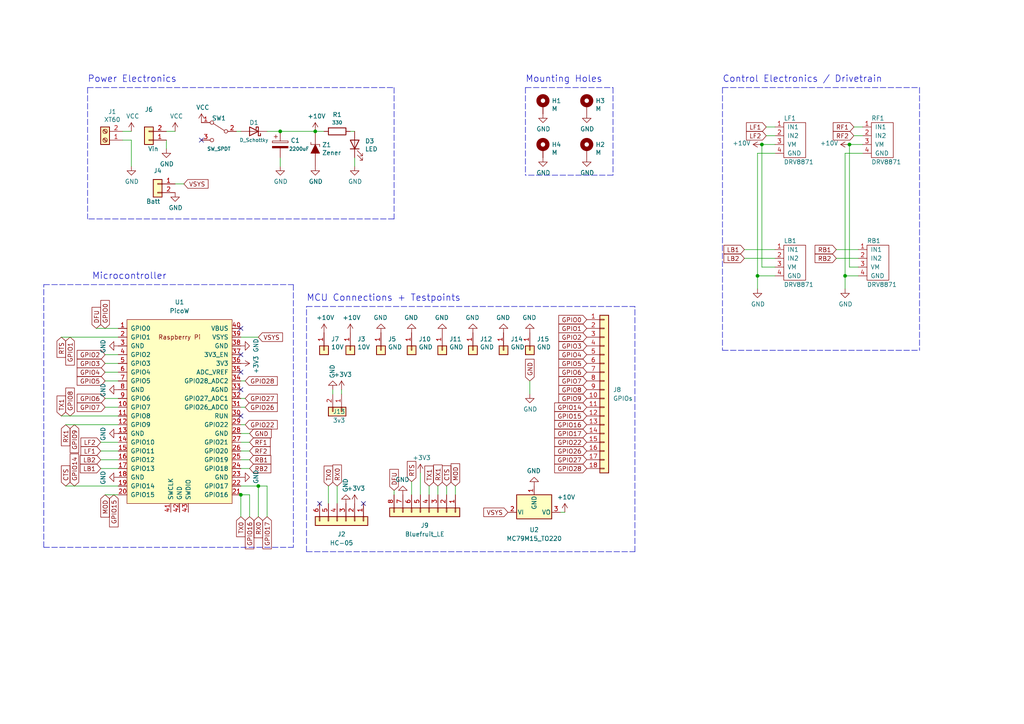
<source format=kicad_sch>
(kicad_sch (version 20211123) (generator eeschema)
  (paper "A4")
  (title_block (title "SDP23_Team5_Coaster") (date "2022-11-22") (rev "v1.0") (company "Qat") (comment 1 "Omar Areiqat") (comment 2 "Referenced from M5 Terrain Buggy"))
  (lib_symbols
    (symbol "Buggy_Components:Adafruit_DRV8871_Breakout" (pin_names (offset 1.016))
      (property "Reference" "A" (at -3.81 6.35 0))
      (property "Value" "Adafruit_DRV8871_Breakout" (at 0 -6.35 0))
      (symbol "Adafruit_DRV8871_Breakout_0_1"
        (rectangle (start -3.81 5.08) (end 2.54 -5.08))
      )
      (symbol "Adafruit_DRV8871_Breakout_1_1"
        (pin input line (at -6.35 3.81 0) (length 2.54) (name "IN1") (number "1"))
        (pin input line (at -6.35 1.27 0) (length 2.54) (name "IN2") (number "2"))
        (pin power_in line (at -6.35 -1.27 0) (length 2.54) (name "VM") (number "3"))
        (pin power_in line (at -6.35 -3.81 0) (length 2.54) (name "GND") (number "4"))
      )
    )
    (symbol "Connector:Screw_Terminal_01x02" (pin_names (offset 1.016) hide)
      (property "Reference" "J" (at 0 2.54 0))
      (property "Value" "Screw_Terminal_01x02" (at 0 -5.08 0))
      (symbol "Screw_Terminal_01x02_1_1"
        (rectangle (start -1.27 1.27) (end 1.27 -3.81) (stroke (width 0.254)) (fill (type background)))
        (circle (center 0 -2.54) (radius 0.635) (stroke (width 0.1524)))
        (polyline (pts (xy -0.5334 -2.2098) (xy 0.3302 -3.048)) (stroke (width 0.1524)))
        (polyline (pts (xy -0.5334 0.3302) (xy 0.3302 -0.508)) (stroke (width 0.1524)))
        (polyline (pts (xy -0.3556 -2.032) (xy 0.508 -2.8702)) (stroke (width 0.1524)))
        (polyline (pts (xy -0.3556 0.508) (xy 0.508 -0.3302)) (stroke (width 0.1524)))
        (circle (center 0 0) (radius 0.635) (stroke (width 0.1524)))
        (pin passive line (at -5.08 0 0) (length 3.81) (name "Pin_1") (number "1"))
        (pin passive line (at -5.08 -2.54 0) (length 3.81) (name "Pin_2") (number "2"))
      )
    )
    (symbol "Connector_Generic:Conn_01x01" (pin_names (offset 1.016) hide)
      (property "Reference" "J" (at 0 2.54 0))
      (property "Value" "Conn_01x01" (at 0 -2.54 0))
      (symbol "Conn_01x01_1_1"
        (rectangle (start -1.27 0.127) (end 0 -0.127) (stroke (width 0.1524)))
        (rectangle (start -1.27 1.27) (end 1.27 -1.27) (stroke (width 0.254)) (fill (type background)))
        (pin passive line (at -5.08 0 0) (length 3.81) (name "Pin_1") (number "1"))
      )
    )
    (symbol "Connector_Generic:Conn_01x02" (pin_names (offset 1.016) hide)
      (property "Reference" "J" (at 0 2.54 0))
      (property "Value" "Conn_01x02" (at 0 -5.08 0))
      (symbol "Conn_01x02_1_1"
        (rectangle (start -1.27 -2.413) (end 0 -2.667) (stroke (width 0.1524)))
        (rectangle (start -1.27 0.127) (end 0 -0.127) (stroke (width 0.1524)))
        (rectangle (start -1.27 1.27) (end 1.27 -3.81) (stroke (width 0.254)) (fill (type background)))
        (pin passive line (at -5.08 0 0) (length 3.81) (name "Pin_1") (number "1"))
        (pin passive line (at -5.08 -2.54 0) (length 3.81) (name "Pin_2") (number "2"))
      )
    )
    (symbol "Connector_Generic:Conn_01x06" (pin_names (offset 1.016) hide)
      (property "Reference" "J" (at 0 7.62 0))
      (property "Value" "Conn_01x06" (at 0 -10.16 0))
      (symbol "Conn_01x06_1_1"
        (rectangle (start -1.27 -7.493) (end 0 -7.747) (stroke (width 0.1524)))
        (rectangle (start -1.27 -4.953) (end 0 -5.207) (stroke (width 0.1524)))
        (rectangle (start -1.27 -2.413) (end 0 -2.667) (stroke (width 0.1524)))
        (rectangle (start -1.27 0.127) (end 0 -0.127) (stroke (width 0.1524)))
        (rectangle (start -1.27 2.667) (end 0 2.413) (stroke (width 0.1524)))
        (rectangle (start -1.27 5.207) (end 0 4.953) (stroke (width 0.1524)))
        (rectangle (start -1.27 6.35) (end 1.27 -8.89) (stroke (width 0.254)) (fill (type background)))
        (pin passive line (at -5.08 5.08 0) (length 3.81) (name "Pin_1") (number "1"))
        (pin passive line (at -5.08 2.54 0) (length 3.81) (name "Pin_2") (number "2"))
        (pin passive line (at -5.08 0 0) (length 3.81) (name "Pin_3") (number "3"))
        (pin passive line (at -5.08 -2.54 0) (length 3.81) (name "Pin_4") (number "4"))
        (pin passive line (at -5.08 -5.08 0) (length 3.81) (name "Pin_5") (number "5"))
        (pin passive line (at -5.08 -7.62 0) (length 3.81) (name "Pin_6") (number "6"))
      )
    )
    (symbol "Connector_Generic:Conn_01x08" (pin_names (offset 1.016) hide)
      (property "Reference" "J" (at 0 10.16 0))
      (property "Value" "Conn_01x08" (at 0 -12.7 0))
      (symbol "Conn_01x08_1_1"
        (rectangle (start -1.27 -10.033) (end 0 -10.287) (stroke (width 0.1524)))
        (rectangle (start -1.27 -7.493) (end 0 -7.747) (stroke (width 0.1524)))
        (rectangle (start -1.27 -4.953) (end 0 -5.207) (stroke (width 0.1524)))
        (rectangle (start -1.27 -2.413) (end 0 -2.667) (stroke (width 0.1524)))
        (rectangle (start -1.27 0.127) (end 0 -0.127) (stroke (width 0.1524)))
        (rectangle (start -1.27 2.667) (end 0 2.413) (stroke (width 0.1524)))
        (rectangle (start -1.27 5.207) (end 0 4.953) (stroke (width 0.1524)))
        (rectangle (start -1.27 7.747) (end 0 7.493) (stroke (width 0.1524)))
        (rectangle (start -1.27 8.89) (end 1.27 -11.43) (stroke (width 0.254)) (fill (type background)))
        (pin passive line (at -5.08 7.62 0) (length 3.81) (name "Pin_1") (number "1"))
        (pin passive line (at -5.08 5.08 0) (length 3.81) (name "Pin_2") (number "2"))
        (pin passive line (at -5.08 2.54 0) (length 3.81) (name "Pin_3") (number "3"))
        (pin passive line (at -5.08 0 0) (length 3.81) (name "Pin_4") (number "4"))
        (pin passive line (at -5.08 -2.54 0) (length 3.81) (name "Pin_5") (number "5"))
        (pin passive line (at -5.08 -5.08 0) (length 3.81) (name "Pin_6") (number "6"))
        (pin passive line (at -5.08 -7.62 0) (length 3.81) (name "Pin_7") (number "7"))
        (pin passive line (at -5.08 -10.16 0) (length 3.81) (name "Pin_8") (number "8"))
      )
    )
    (symbol "Connector_Generic:Conn_01x18" (pin_names (offset 1.016) hide)
      (property "Reference" "J" (at 0 22.86 0))
      (property "Value" "Conn_01x18" (at 0 -25.4 0))
      (symbol "Conn_01x18_1_1"
        (rectangle (start -1.27 -22.733) (end 0 -22.987) (stroke (width 0.1524)))
        (rectangle (start -1.27 -20.193) (end 0 -20.447) (stroke (width 0.1524)))
        (rectangle (start -1.27 -17.653) (end 0 -17.907) (stroke (width 0.1524)))
        (rectangle (start -1.27 -15.113) (end 0 -15.367) (stroke (width 0.1524)))
        (rectangle (start -1.27 -12.573) (end 0 -12.827) (stroke (width 0.1524)))
        (rectangle (start -1.27 -10.033) (end 0 -10.287) (stroke (width 0.1524)))
        (rectangle (start -1.27 -7.493) (end 0 -7.747) (stroke (width 0.1524)))
        (rectangle (start -1.27 -4.953) (end 0 -5.207) (stroke (width 0.1524)))
        (rectangle (start -1.27 -2.413) (end 0 -2.667) (stroke (width 0.1524)))
        (rectangle (start -1.27 0.127) (end 0 -0.127) (stroke (width 0.1524)))
        (rectangle (start -1.27 2.667) (end 0 2.413) (stroke (width 0.1524)))
        (rectangle (start -1.27 5.207) (end 0 4.953) (stroke (width 0.1524)))
        (rectangle (start -1.27 7.747) (end 0 7.493) (stroke (width 0.1524)))
        (rectangle (start -1.27 10.287) (end 0 10.033) (stroke (width 0.1524)))
        (rectangle (start -1.27 12.827) (end 0 12.573) (stroke (width 0.1524)))
        (rectangle (start -1.27 15.367) (end 0 15.113) (stroke (width 0.1524)))
        (rectangle (start -1.27 17.907) (end 0 17.653) (stroke (width 0.1524)))
        (rectangle (start -1.27 20.447) (end 0 20.193) (stroke (width 0.1524)))
        (rectangle (start -1.27 21.59) (end 1.27 -24.13) (stroke (width 0.254)) (fill (type background)))
        (pin passive line (at -5.08 20.32 0) (length 3.81) (name "Pin_1") (number "1"))
        (pin passive line (at -5.08 -2.54 0) (length 3.81) (name "Pin_10") (number "10"))
        (pin passive line (at -5.08 -5.08 0) (length 3.81) (name "Pin_11") (number "11"))
        (pin passive line (at -5.08 -7.62 0) (length 3.81) (name "Pin_12") (number "12"))
        (pin passive line (at -5.08 -10.16 0) (length 3.81) (name "Pin_13") (number "13"))
        (pin passive line (at -5.08 -12.7 0) (length 3.81) (name "Pin_14") (number "14"))
        (pin passive line (at -5.08 -15.24 0) (length 3.81) (name "Pin_15") (number "15"))
        (pin passive line (at -5.08 -17.78 0) (length 3.81) (name "Pin_16") (number "16"))
        (pin passive line (at -5.08 -20.32 0) (length 3.81) (name "Pin_17") (number "17"))
        (pin passive line (at -5.08 -22.86 0) (length 3.81) (name "Pin_18") (number "18"))
        (pin passive line (at -5.08 17.78 0) (length 3.81) (name "Pin_2") (number "2"))
        (pin passive line (at -5.08 15.24 0) (length 3.81) (name "Pin_3") (number "3"))
        (pin passive line (at -5.08 12.7 0) (length 3.81) (name "Pin_4") (number "4"))
        (pin passive line (at -5.08 10.16 0) (length 3.81) (name "Pin_5") (number "5"))
        (pin passive line (at -5.08 7.62 0) (length 3.81) (name "Pin_6") (number "6"))
        (pin passive line (at -5.08 5.08 0) (length 3.81) (name "Pin_7") (number "7"))
        (pin passive line (at -5.08 2.54 0) (length 3.81) (name "Pin_8") (number "8"))
        (pin passive line (at -5.08 0 0) (length 3.81) (name "Pin_9") (number "9"))
      )
    )
    (symbol "Device:D_Schottky" (pin_numbers hide) (pin_names (offset 1.016) hide)
      (property "Reference" "D" (at 0 2.54 0))
      (property "Value" "D_Schottky" (at 0 -2.54 0))
      (symbol "D_Schottky_0_1"
        (polyline (pts (xy 1.27 0) (xy -1.27 0)))
        (polyline (pts (xy 1.27 1.27) (xy 1.27 -1.27) (xy -1.27 0) (xy 1.27 1.27)) (stroke (width 0.254)))
        (polyline (pts (xy -1.905 0.635) (xy -1.905 1.27) (xy -1.27 1.27) (xy -1.27 -1.27) (xy -0.635 -1.27) (xy -0.635 -0.635)) (stroke (width 0.254)))
      )
      (symbol "D_Schottky_1_1"
        (pin passive line (at -3.81 0 0) (length 2.54) (name "K") (number "1"))
        (pin passive line (at 3.81 0 180) (length 2.54) (name "A") (number "2"))
      )
    )
    (symbol "Device:LED" (pin_numbers hide) (pin_names (offset 1.016) hide)
      (property "Reference" "D" (at 0 2.54 0))
      (property "Value" "LED" (at 0 -2.54 0))
      (symbol "LED_0_1"
        (polyline (pts (xy -1.27 -1.27) (xy -1.27 1.27)) (stroke (width 0.254)))
        (polyline (pts (xy -1.27 0) (xy 1.27 0)))
        (polyline (pts (xy 1.27 -1.27) (xy 1.27 1.27) (xy -1.27 0) (xy 1.27 -1.27)) (stroke (width 0.254)))
        (polyline (pts (xy -3.048 -0.762) (xy -4.572 -2.286) (xy -3.81 -2.286) (xy -4.572 -2.286) (xy -4.572 -1.524)))
        (polyline (pts (xy -1.778 -0.762) (xy -3.302 -2.286) (xy -2.54 -2.286) (xy -3.302 -2.286) (xy -3.302 -1.524)))
      )
      (symbol "LED_1_1"
        (pin passive line (at -3.81 0 0) (length 2.54) (name "K") (number "1"))
        (pin passive line (at 3.81 0 180) (length 2.54) (name "A") (number "2"))
      )
    )
    (symbol "Device:R" (pin_numbers hide) (pin_names (offset 0))
      (property "Reference" "R" (at 2.032 0 90))
      (property "Value" "R" (at 0 0 90))
      (symbol "R_0_1"
        (rectangle (start -1.016 -2.54) (end 1.016 2.54) (stroke (width 0.254)))
      )
      (symbol "R_1_1"
        (pin passive line (at 0 3.81 270) (length 1.27) (name "~") (number "1"))
        (pin passive line (at 0 -3.81 90) (length 1.27) (name "~") (number "2"))
      )
    )
    (symbol "M5_BuggyProject-rescue:+3.3V-power" (power) (pin_names (offset 0))
      (property "Value" "+3.3V-power" (at 0 3.556 0))
      (symbol "+3.3V-power_0_1"
        (polyline (pts (xy -0.762 1.27) (xy 0 2.54)))
        (polyline (pts (xy 0 0) (xy 0 2.54)))
        (polyline (pts (xy 0 2.54) (xy 0.762 1.27)))
      )
      (symbol "+3.3V-power_1_1"
        (pin power_in line (at 0 0 90) (length 0) hide (name "+3V3") (number "1"))
      )
    )
    (symbol "M5_BuggyProject-rescue:1N5231BTR-dk_Diodes-Zener-Single" (pin_numbers hide) (pin_names (offset 0) hide)
      (property "Reference" "Z" (at 0 2.54 0))
      (property "Value" "1N5231BTR-dk_Diodes-Zener-Single" (at 0 -2.54 0))
      (symbol "1N5231BTR-dk_Diodes-Zener-Single_0_1"
        (polyline (pts (xy 1.27 -1.27) (xy 0.635 -1.27)))
        (polyline (pts (xy 1.27 1.27) (xy 1.27 -1.27)))
        (polyline (pts (xy 1.27 1.27) (xy 1.905 1.27)))
        (polyline (pts (xy -1.27 1.27) (xy -1.27 -1.27) (xy 1.27 0) (xy -1.27 1.27)) (fill (type outline)))
      )
      (symbol "1N5231BTR-dk_Diodes-Zener-Single_1_1"
        (pin passive line (at -5.08 0 0) (length 3.81) (name "~") (number "A"))
        (pin passive line (at 5.08 0 180) (length 3.81) (name "~") (number "K"))
      )
    )
    (symbol "M5_BuggyProject-rescue:CP-Device" (pin_numbers hide) (pin_names (offset 0.254))
      (property "Reference" "C" (at 0.635 2.54 0))
      (property "Value" "CP-Device" (at 0.635 -2.54 0))
      (symbol "CP-Device_0_1"
        (rectangle (start -2.286 0.508) (end 2.286 1.016))
        (polyline (pts (xy -1.778 2.286) (xy -0.762 2.286)))
        (polyline (pts (xy -1.27 2.794) (xy -1.27 1.778)))
        (rectangle (start 2.286 -0.508) (end -2.286 -1.016) (fill (type outline)))
      )
      (symbol "CP-Device_1_1"
        (pin passive line (at 0 3.81 270) (length 2.794) (name "~") (number "1"))
        (pin passive line (at 0 -3.81 90) (length 2.794) (name "~") (number "2"))
      )
    )
    (symbol "Mechanical:MountingHole_Pad" (pin_numbers hide) (pin_names (offset 1.016) hide)
      (property "Reference" "H" (at 0 6.35 0))
      (property "Value" "MountingHole_Pad" (at 0 4.445 0))
      (symbol "MountingHole_Pad_0_1"
        (circle (center 0 1.27) (radius 1.27) (stroke (width 1.27)))
      )
      (symbol "MountingHole_Pad_1_1"
        (pin input line (at 0 -2.54 90) (length 2.54) (name "1") (number "1"))
      )
    )
    (symbol "RPi_Pico:PicoW" (pin_names (offset 1.016))
      (property "Reference" "U" (at -13.97 27.94 0))
      (property "Value" "PicoW" (at 0 19.05 0))
      (symbol "PicoW_0_0"
        (text "Raspberry Pi" (at 0 21.59 0) (effects (font (size 1.27 1.27))))
      )
      (symbol "PicoW_0_1"
        (rectangle (start -15.24 26.67) (end 15.24 -26.67) (fill (type background)))
      )
      (symbol "PicoW_1_1"
        (pin bidirectional line (at -17.78 24.13 0) (length 2.54) (name "GPIO0") (number "1"))
        (pin bidirectional line (at -17.78 1.27 0) (length 2.54) (name "GPIO7") (number "10"))
        (pin bidirectional line (at -17.78 -1.27 0) (length 2.54) (name "GPIO8") (number "11"))
        (pin bidirectional line (at -17.78 -3.81 0) (length 2.54) (name "GPIO9") (number "12"))
        (pin power_in line (at -17.78 -6.35 0) (length 2.54) (name "GND") (number "13"))
        (pin bidirectional line (at -17.78 -8.89 0) (length 2.54) (name "GPIO10") (number "14"))
        (pin bidirectional line (at -17.78 -11.43 0) (length 2.54) (name "GPIO11") (number "15"))
        (pin bidirectional line (at -17.78 -13.97 0) (length 2.54) (name "GPIO12") (number "16"))
        (pin bidirectional line (at -17.78 -16.51 0) (length 2.54) (name "GPIO13") (number "17"))
        (pin power_in line (at -17.78 -19.05 0) (length 2.54) (name "GND") (number "18"))
        (pin bidirectional line (at -17.78 -21.59 0) (length 2.54) (name "GPIO14") (number "19"))
        (pin bidirectional line (at -17.78 21.59 0) (length 2.54) (name "GPIO1") (number "2"))
        (pin bidirectional line (at -17.78 -24.13 0) (length 2.54) (name "GPIO15") (number "20"))
        (pin bidirectional line (at 17.78 -24.13 180) (length 2.54) (name "GPIO16") (number "21"))
        (pin bidirectional line (at 17.78 -21.59 180) (length 2.54) (name "GPIO17") (number "22"))
        (pin power_in line (at 17.78 -19.05 180) (length 2.54) (name "GND") (number "23"))
        (pin bidirectional line (at 17.78 -16.51 180) (length 2.54) (name "GPIO18") (number "24"))
        (pin bidirectional line (at 17.78 -13.97 180) (length 2.54) (name "GPIO19") (number "25"))
        (pin bidirectional line (at 17.78 -11.43 180) (length 2.54) (name "GPIO20") (number "26"))
        (pin bidirectional line (at 17.78 -8.89 180) (length 2.54) (name "GPIO21") (number "27"))
        (pin power_in line (at 17.78 -6.35 180) (length 2.54) (name "GND") (number "28"))
        (pin bidirectional line (at 17.78 -3.81 180) (length 2.54) (name "GPIO22") (number "29"))
        (pin power_in line (at -17.78 19.05 0) (length 2.54) (name "GND") (number "3"))
        (pin input line (at 17.78 -1.27 180) (length 2.54) (name "RUN") (number "30"))
        (pin bidirectional line (at 17.78 1.27 180) (length 2.54) (name "GPIO26_ADC0") (number "31"))
        (pin bidirectional line (at 17.78 3.81 180) (length 2.54) (name "GPIO27_ADC1") (number "32"))
        (pin power_in line (at 17.78 6.35 180) (length 2.54) (name "AGND") (number "33"))
        (pin bidirectional line (at 17.78 8.89 180) (length 2.54) (name "GPIO28_ADC2") (number "34"))
        (pin unspecified line (at 17.78 11.43 180) (length 2.54) (name "ADC_VREF") (number "35"))
        (pin unspecified line (at 17.78 13.97 180) (length 2.54) (name "3V3") (number "36"))
        (pin input line (at 17.78 16.51 180) (length 2.54) (name "3V3_EN") (number "37"))
        (pin bidirectional line (at 17.78 19.05 180) (length 2.54) (name "GND") (number "38"))
        (pin unspecified line (at 17.78 21.59 180) (length 2.54) (name "VSYS") (number "39"))
        (pin bidirectional line (at -17.78 16.51 0) (length 2.54) (name "GPIO2") (number "4"))
        (pin unspecified line (at 17.78 24.13 180) (length 2.54) (name "VBUS") (number "40"))
        (pin input line (at -2.54 -29.21 90) (length 2.54) (name "SWCLK") (number "41"))
        (pin power_in line (at 0 -29.21 90) (length 2.54) (name "GND") (number "42"))
        (pin bidirectional line (at 2.54 -29.21 90) (length 2.54) (name "SWDIO") (number "43"))
        (pin bidirectional line (at -17.78 13.97 0) (length 2.54) (name "GPIO3") (number "5"))
        (pin bidirectional line (at -17.78 11.43 0) (length 2.54) (name "GPIO4") (number "6"))
        (pin bidirectional line (at -17.78 8.89 0) (length 2.54) (name "GPIO5") (number "7"))
        (pin power_in line (at -17.78 6.35 0) (length 2.54) (name "GND") (number "8"))
        (pin bidirectional line (at -17.78 3.81 0) (length 2.54) (name "GPIO6") (number "9"))
      )
    )
    (symbol "Regulator_Linear:MC79M15_TO220" (pin_names (offset 0.254))
      (property "Reference" "U" (at -3.81 -3.175 0))
      (property "Value" "MC79M15_TO220" (at 0 -3.175 0))
      (symbol "MC79M15_TO220_0_1"
        (rectangle (start -5.08 5.08) (end 5.08 -1.905) (stroke (width 0.254)) (fill (type background)))
      )
      (symbol "MC79M15_TO220_1_1"
        (pin power_in line (at 0 7.62 270) (length 2.54) (name "GND") (number "1"))
        (pin power_in line (at -7.62 0 0) (length 2.54) (name "VI") (number "2"))
        (pin power_out line (at 7.62 0 180) (length 2.54) (name "VO") (number "3"))
      )
    )
    (symbol "Switch:SW_SPDT" (pin_names (offset 0) hide)
      (property "Reference" "SW" (at 0 4.318 0))
      (property "Value" "SW_SPDT" (at 0 -5.08 0))
      (symbol "SW_SPDT_0_0"
        (circle (center -2.032 0) (radius 0.508))
        (circle (center 2.032 -2.54) (radius 0.508))
      )
      (symbol "SW_SPDT_0_1"
        (polyline (pts (xy -1.524 0.254) (xy 1.651 2.286)))
        (circle (center 2.032 2.54) (radius 0.508))
      )
      (symbol "SW_SPDT_1_1"
        (pin passive line (at 5.08 2.54 180) (length 2.54) (name "A") (number "1"))
        (pin passive line (at -5.08 0 0) (length 2.54) (name "B") (number "2"))
        (pin passive line (at 5.08 -2.54 180) (length 2.54) (name "C") (number "3"))
      )
    )
    (symbol "power:+10V" (power) (pin_names (offset 0))
      (property "Value" "+10V" (at 0 3.556 0))
      (symbol "+10V_0_1"
        (polyline (pts (xy -0.762 1.27) (xy 0 2.54)))
        (polyline (pts (xy 0 0) (xy 0 2.54)))
        (polyline (pts (xy 0 2.54) (xy 0.762 1.27)))
      )
      (symbol "+10V_1_1"
        (pin power_in line (at 0 0 90) (length 0) hide (name "+10V") (number "1"))
      )
    )
    (symbol "power:GND" (power) (pin_names (offset 0))
      (property "Value" "GND" (at 0 -3.81 0))
      (symbol "GND_0_1"
        (polyline (pts (xy 0 0) (xy 0 -1.27) (xy 1.27 -1.27) (xy 0 -2.54) (xy -1.27 -1.27) (xy 0 -1.27)))
      )
      (symbol "GND_1_1"
        (pin power_in line (at 0 0 270) (length 0) hide (name "GND") (number "1"))
      )
    )
    (symbol "power:VCC" (power) (pin_names (offset 0))
      (property "Value" "VCC" (at 0 3.81 0))
      (symbol "VCC_0_1"
        (polyline (pts (xy -0.762 1.27) (xy 0 2.54)))
        (polyline (pts (xy 0 0) (xy 0 2.54)))
        (polyline (pts (xy 0 2.54) (xy 0.762 1.27)))
      )
      (symbol "VCC_1_1"
        (pin power_in line (at 0 0 90) (length 0) hide (name "VCC") (number "1"))
      )
    )
  )
  (junction (at 220.98 41.91))
  (junction (at 74.93 140.97))
  (junction (at 219.71 80.01))
  (junction (at 91.44 38.1))
  (junction (at 81.28 38.1))
  (junction (at 246.38 41.91))
  (junction (at 245.11 80.01))
  (junction (at 69.85 143.51))
  (no_connect (at 69.85 113.03))
  (no_connect (at 105.41 146.05))
  (no_connect (at 58.42 40.64))
  (no_connect (at 92.71 146.05))
  (no_connect (at 69.85 107.95))
  (no_connect (at 69.85 95.25))
  (no_connect (at 69.85 120.65))
  (no_connect (at 69.85 102.87))
  (wire (pts (xy 69.85 97.79) (xy 74.93 97.79)))
  (wire (pts (xy 119.38 139.7) (xy 119.38 143.51)))
  (wire (pts (xy 153.67 110.49) (xy 153.67 114.3)))
  (wire (pts (xy 29.21 135.89) (xy 34.29 135.89)))
  (wire (pts (xy 246.38 41.91) (xy 246.38 77.47)))
  (polyline (pts (xy 25.4 25.4) (xy 25.4 63.5)))
  (wire (pts (xy 74.93 140.97) (xy 69.85 140.97)))
  (wire (pts (xy 29.21 128.27) (xy 34.29 128.27)))
  (polyline (pts (xy 177.8 25.4) (xy 177.8 50.8)))
  (wire (pts (xy 224.79 36.83) (xy 222.25 36.83)))
  (wire (pts (xy 27.94 95.25) (xy 34.29 95.25)))
  (wire (pts (xy 72.39 130.81) (xy 69.85 130.81)))
  (wire (pts (xy 250.19 41.91) (xy 246.38 41.91)))
  (wire (pts (xy 69.85 143.51) (xy 69.85 149.86)))
  (wire (pts (xy 35.56 38.1) (xy 38.1 38.1)))
  (wire (pts (xy 245.11 44.45) (xy 245.11 80.01)))
  (wire (pts (xy 30.48 102.87) (xy 34.29 102.87)))
  (wire (pts (xy 250.19 36.83) (xy 247.65 36.83)))
  (wire (pts (xy 48.26 43.18) (xy 48.26 40.64)))
  (wire (pts (xy 72.39 143.51) (xy 69.85 143.51)))
  (wire (pts (xy 242.57 72.39) (xy 248.92 72.39)))
  (polyline (pts (xy 209.55 25.4) (xy 266.7 25.4)))
  (wire (pts (xy 97.79 140.97) (xy 97.79 146.05)))
  (polyline (pts (xy 114.3 63.5) (xy 25.4 63.5)))
  (wire (pts (xy 102.87 45.72) (xy 102.87 48.26)))
  (wire (pts (xy 215.9 72.39) (xy 224.79 72.39)))
  (wire (pts (xy 215.9 74.93) (xy 224.79 74.93)))
  (wire (pts (xy 72.39 125.73) (xy 69.85 125.73)))
  (polyline (pts (xy 177.8 50.8) (xy 152.4 50.8)))
  (polyline (pts (xy 152.4 25.4) (xy 152.4 50.8)))
  (wire (pts (xy 163.83 148.59) (xy 162.56 148.59)))
  (wire (pts (xy 121.92 137.16) (xy 121.92 143.51)))
  (wire (pts (xy 71.12 115.57) (xy 69.85 115.57)))
  (wire (pts (xy 50.8 53.34) (xy 53.34 53.34)))
  (wire (pts (xy 72.39 149.86) (xy 72.39 143.51)))
  (wire (pts (xy 77.47 149.86) (xy 77.47 140.97)))
  (wire (pts (xy 81.28 38.1) (xy 91.44 38.1)))
  (wire (pts (xy 69.85 38.1) (xy 68.58 38.1)))
  (polyline (pts (xy 114.3 25.4) (xy 114.3 63.5)))
  (wire (pts (xy 35.56 40.64) (xy 38.1 40.64)))
  (wire (pts (xy 72.39 128.27) (xy 69.85 128.27)))
  (wire (pts (xy 71.12 110.49) (xy 69.85 110.49)))
  (wire (pts (xy 219.71 80.01) (xy 224.79 80.01)))
  (wire (pts (xy 224.79 41.91) (xy 220.98 41.91)))
  (wire (pts (xy 30.48 143.51) (xy 34.29 143.51)))
  (wire (pts (xy 96.52 113.03) (xy 96.52 114.3)))
  (wire (pts (xy 29.21 133.35) (xy 34.29 133.35)))
  (wire (pts (xy 77.47 140.97) (xy 74.93 140.97)))
  (wire (pts (xy 30.48 107.95) (xy 34.29 107.95)))
  (wire (pts (xy 17.78 97.79) (xy 34.29 97.79)))
  (wire (pts (xy 71.12 118.11) (xy 69.85 118.11)))
  (wire (pts (xy 30.48 115.57) (xy 34.29 115.57)))
  (wire (pts (xy 246.38 77.47) (xy 248.92 77.47)))
  (polyline (pts (xy 12.7 158.75) (xy 12.7 82.55)))
  (wire (pts (xy 74.93 149.86) (xy 74.93 140.97)))
  (wire (pts (xy 220.98 77.47) (xy 224.79 77.47)))
  (wire (pts (xy 29.21 130.81) (xy 34.29 130.81)))
  (wire (pts (xy 38.1 40.64) (xy 38.1 48.26)))
  (wire (pts (xy 250.19 44.45) (xy 245.11 44.45)))
  (polyline (pts (xy 209.55 25.4) (xy 209.55 101.6)))
  (polyline (pts (xy 12.7 82.55) (xy 85.09 82.55)))
  (wire (pts (xy 114.3 142.24) (xy 114.3 143.51)))
  (wire (pts (xy 95.25 140.97) (xy 95.25 146.05)))
  (polyline (pts (xy 88.9 88.9) (xy 184.15 88.9)))
  (wire (pts (xy 72.39 135.89) (xy 69.85 135.89)))
  (wire (pts (xy 224.79 39.37) (xy 222.25 39.37)))
  (wire (pts (xy 77.47 38.1) (xy 81.28 38.1)))
  (wire (pts (xy 219.71 80.01) (xy 219.71 83.82)))
  (wire (pts (xy 132.08 140.97) (xy 132.08 143.51)))
  (wire (pts (xy 91.44 38.1) (xy 93.98 38.1)))
  (wire (pts (xy 19.05 123.19) (xy 34.29 123.19)))
  (wire (pts (xy 224.79 44.45) (xy 219.71 44.45)))
  (wire (pts (xy 17.78 120.65) (xy 34.29 120.65)))
  (wire (pts (xy 71.12 123.19) (xy 69.85 123.19)))
  (polyline (pts (xy 88.9 160.02) (xy 184.15 160.02)))
  (wire (pts (xy 245.11 80.01) (xy 248.92 80.01)))
  (wire (pts (xy 19.05 140.97) (xy 34.29 140.97)))
  (polyline (pts (xy 266.7 25.4) (xy 266.7 101.6)))
  (wire (pts (xy 129.54 140.97) (xy 129.54 143.51)))
  (wire (pts (xy 127 140.97) (xy 127 143.51)))
  (wire (pts (xy 219.71 44.45) (xy 219.71 80.01)))
  (wire (pts (xy 250.19 39.37) (xy 247.65 39.37)))
  (polyline (pts (xy 12.7 158.75) (xy 85.09 158.75)))
  (wire (pts (xy 30.48 118.11) (xy 34.29 118.11)))
  (wire (pts (xy 30.48 105.41) (xy 34.29 105.41)))
  (wire (pts (xy 245.11 80.01) (xy 245.11 83.82)))
  (polyline (pts (xy 25.4 25.4) (xy 114.3 25.4)))
  (polyline (pts (xy 85.09 82.55) (xy 85.09 158.75)))
  (wire (pts (xy 72.39 133.35) (xy 69.85 133.35)))
  (wire (pts (xy 124.46 140.97) (xy 124.46 143.51)))
  (wire (pts (xy 102.87 38.1) (xy 101.6 38.1)))
  (polyline (pts (xy 209.55 101.6) (xy 266.7 101.6)))
  (wire (pts (xy 242.57 74.93) (xy 248.92 74.93)))
  (wire (pts (xy 220.98 41.91) (xy 220.98 77.47)))
  (wire (pts (xy 99.06 113.03) (xy 99.06 114.3)))
  (wire (pts (xy 30.48 110.49) (xy 34.29 110.49)))
  (wire (pts (xy 81.28 45.72) (xy 81.28 48.26)))
  (polyline (pts (xy 184.15 160.02) (xy 184.15 88.9)))
  (polyline (pts (xy 88.9 160.02) (xy 88.9 88.9)))
  (wire (pts (xy 50.8 38.1) (xy 48.26 38.1)))
  (polyline (pts (xy 152.4 25.4) (xy 177.8 25.4)))
  (text "MCU Connections + Testpoints" (at 88.9 87.63 0) (effects (font (size 1.905 1.905)) (justify left bottom)))
  (text "Control Electronics / Drivetrain" (at 209.55 24.13 0) (effects (font (size 1.905 1.905)) (justify left bottom)))
  (text "Power Electronics\n" (at 25.4 24.13 0) (effects (font (size 1.905 1.905)) (justify left bottom)))
  (text "Mounting Holes" (at 152.4 24.13 0) (effects (font (size 1.905 1.905)) (justify left bottom)))
  (text "Microcontroller" (at 26.67 81.28 0) (effects (font (size 1.905 1.905)) (justify left bottom)))
  (global_label "GPIO26" (shape input) (at 71.12 118.11 0) (property "Intersheet References" "${INTERSHEET_REFS}" (effects hide)))
  (global_label "CTS" (shape input) (at 129.54 140.97 90) (property "Intersheet References" "${INTERSHEET_REFS}" (effects hide)))
  (global_label "GPIO28" (shape input) (at 170.18 135.89 180) (property "Intersheet References" "${INTERSHEET_REFS}" (effects hide)))
  (global_label "GPIO3" (shape input) (at 170.18 100.33 180) (property "Intersheet References" "${INTERSHEET_REFS}" (effects hide)))
  (global_label "GPIO1" (shape input) (at 20.32 97.79 270) (property "Intersheet References" "${INTERSHEET_REFS}" (effects hide)))
  (global_label "GPIO28" (shape input) (at 71.12 110.49 0) (property "Intersheet References" "${INTERSHEET_REFS}" (effects hide)))
  (global_label "LF2" (shape input) (at 222.25 39.37 180) (property "Intersheet References" "${INTERSHEET_REFS}" (effects hide)))
  (global_label "GPIO14" (shape input) (at 170.18 118.11 180) (property "Intersheet References" "${INTERSHEET_REFS}" (effects hide)))
  (global_label "RF2" (shape input) (at 72.39 130.81 0) (property "Intersheet References" "${INTERSHEET_REFS}" (effects hide)))
  (global_label "GPIO5" (shape input) (at 30.48 110.49 180) (property "Intersheet References" "${INTERSHEET_REFS}" (effects hide)))
  (global_label "RB1" (shape input) (at 72.39 133.35 0) (property "Intersheet References" "${INTERSHEET_REFS}" (effects hide)))
  (global_label "TX0" (shape input) (at 95.25 140.97 90) (property "Intersheet References" "${INTERSHEET_REFS}" (effects hide)))
  (global_label "VSYS" (shape input) (at 74.93 97.79 0) (property "Intersheet References" "${INTERSHEET_REFS}" (effects hide)))
  (global_label "RB2" (shape input) (at 242.57 74.93 180) (property "Intersheet References" "${INTERSHEET_REFS}" (effects hide)))
  (global_label "MOD" (shape input) (at 30.48 143.51 270) (property "Intersheet References" "${INTERSHEET_REFS}" (effects hide)))
  (global_label "RX1" (shape input) (at 127 140.97 90) (property "Intersheet References" "${INTERSHEET_REFS}" (effects hide)))
  (global_label "DFU" (shape input) (at 114.3 142.24 90) (property "Intersheet References" "${INTERSHEET_REFS}" (effects hide)))
  (global_label "GND" (shape input) (at 153.67 110.49 90) (property "Intersheet References" "${INTERSHEET_REFS}" (effects hide)))
  (global_label "GPIO9" (shape input) (at 21.59 123.19 270) (property "Intersheet References" "${INTERSHEET_REFS}" (effects hide)))
  (global_label "LF1" (shape input) (at 222.25 36.83 180) (property "Intersheet References" "${INTERSHEET_REFS}" (effects hide)))
  (global_label "DFU" (shape input) (at 27.94 95.25 90) (property "Intersheet References" "${INTERSHEET_REFS}" (effects hide)))
  (global_label "GPIO1" (shape input) (at 170.18 95.25 180) (property "Intersheet References" "${INTERSHEET_REFS}" (effects hide)))
  (global_label "GPIO8" (shape input) (at 170.18 113.03 180) (property "Intersheet References" "${INTERSHEET_REFS}" (effects hide)))
  (global_label "GPIO0" (shape input) (at 170.18 92.71 180) (property "Intersheet References" "${INTERSHEET_REFS}" (effects hide)))
  (global_label "GPIO4" (shape input) (at 30.48 107.95 180) (property "Intersheet References" "${INTERSHEET_REFS}" (effects hide)))
  (global_label "TX0" (shape input) (at 69.85 149.86 270) (property "Intersheet References" "${INTERSHEET_REFS}" (effects hide)))
  (global_label "RF2" (shape input) (at 247.65 39.37 180) (property "Intersheet References" "${INTERSHEET_REFS}" (effects hide)))
  (global_label "LB1" (shape input) (at 29.21 135.89 180) (property "Intersheet References" "${INTERSHEET_REFS}" (effects hide)))
  (global_label "RB1" (shape input) (at 242.57 72.39 180) (property "Intersheet References" "${INTERSHEET_REFS}" (effects hide)))
  (global_label "GPIO27" (shape input) (at 71.12 115.57 0) (property "Intersheet References" "${INTERSHEET_REFS}" (effects hide)))
  (global_label "GPIO2" (shape input) (at 30.48 102.87 180) (property "Intersheet References" "${INTERSHEET_REFS}" (effects hide)))
  (global_label "GPIO3" (shape input) (at 30.48 105.41 180) (property "Intersheet References" "${INTERSHEET_REFS}" (effects hide)))
  (global_label "GPIO14" (shape input) (at 21.59 140.97 90) (property "Intersheet References" "${INTERSHEET_REFS}" (effects hide)))
  (global_label "LB1" (shape input) (at 215.9 72.39 180) (property "Intersheet References" "${INTERSHEET_REFS}" (effects hide)))
  (global_label "RTS" (shape input) (at 119.38 139.7 90) (property "Intersheet References" "${INTERSHEET_REFS}" (effects hide)))
  (global_label "GPIO17" (shape input) (at 170.18 125.73 180) (property "Intersheet References" "${INTERSHEET_REFS}" (effects hide)))
  (global_label "LB2" (shape input) (at 215.9 74.93 180) (property "Intersheet References" "${INTERSHEET_REFS}" (effects hide)))
  (global_label "GPIO9" (shape input) (at 170.18 115.57 180) (property "Intersheet References" "${INTERSHEET_REFS}" (effects hide)))
  (global_label "GPIO0" (shape input) (at 30.48 95.25 90) (property "Intersheet References" "${INTERSHEET_REFS}" (effects hide)))
  (global_label "RX0" (shape input) (at 74.93 149.86 270) (property "Intersheet References" "${INTERSHEET_REFS}" (effects hide)))
  (global_label "GPIO4" (shape input) (at 170.18 102.87 180) (property "Intersheet References" "${INTERSHEET_REFS}" (effects hide)))
  (global_label "RX1" (shape input) (at 19.05 123.19 270) (property "Intersheet References" "${INTERSHEET_REFS}" (effects hide)))
  (global_label "RB2" (shape input) (at 72.39 135.89 0) (property "Intersheet References" "${INTERSHEET_REFS}" (effects hide)))
  (global_label "GPIO17" (shape input) (at 77.47 149.86 270) (property "Intersheet References" "${INTERSHEET_REFS}" (effects hide)))
  (global_label "RX0" (shape input) (at 97.79 140.97 90) (property "Intersheet References" "${INTERSHEET_REFS}" (effects hide)))
  (global_label "GPIO27" (shape input) (at 170.18 133.35 180) (property "Intersheet References" "${INTERSHEET_REFS}" (effects hide)))
  (global_label "GPIO22" (shape input) (at 71.12 123.19 0) (property "Intersheet References" "${INTERSHEET_REFS}" (effects hide)))
  (global_label "GPIO2" (shape input) (at 170.18 97.79 180) (property "Intersheet References" "${INTERSHEET_REFS}" (effects hide)))
  (global_label "LF1" (shape input) (at 29.21 130.81 180) (property "Intersheet References" "${INTERSHEET_REFS}" (effects hide)))
  (global_label "GPIO15" (shape input) (at 170.18 120.65 180) (property "Intersheet References" "${INTERSHEET_REFS}" (effects hide)))
  (global_label "RF1" (shape input) (at 72.39 128.27 0) (property "Intersheet References" "${INTERSHEET_REFS}" (effects hide)))
  (global_label "MOD" (shape input) (at 132.08 140.97 90) (property "Intersheet References" "${INTERSHEET_REFS}" (effects hide)))
  (global_label "VSYS" (shape input) (at 147.32 148.59 180) (property "Intersheet References" "${INTERSHEET_REFS}" (effects hide)))
  (global_label "GPIO22" (shape input) (at 170.18 128.27 180) (property "Intersheet References" "${INTERSHEET_REFS}" (effects hide)))
  (global_label "LF2" (shape input) (at 29.21 128.27 180) (property "Intersheet References" "${INTERSHEET_REFS}" (effects hide)))
  (global_label "GPIO6" (shape input) (at 30.48 115.57 180) (property "Intersheet References" "${INTERSHEET_REFS}" (effects hide)))
  (global_label "GND" (shape input) (at 72.39 125.73 0) (property "Intersheet References" "${INTERSHEET_REFS}" (effects hide)))
  (global_label "GPIO16" (shape input) (at 72.39 149.86 270) (property "Intersheet References" "${INTERSHEET_REFS}" (effects hide)))
  (global_label "GPIO8" (shape input) (at 20.32 120.65 90) (property "Intersheet References" "${INTERSHEET_REFS}" (effects hide)))
  (global_label "GPIO7" (shape input) (at 30.48 118.11 180) (property "Intersheet References" "${INTERSHEET_REFS}" (effects hide)))
  (global_label "GPIO16" (shape input) (at 170.18 123.19 180) (property "Intersheet References" "${INTERSHEET_REFS}" (effects hide)))
  (global_label "GPIO7" (shape input) (at 170.18 110.49 180) (property "Intersheet References" "${INTERSHEET_REFS}" (effects hide)))
  (global_label "TX1" (shape input) (at 124.46 140.97 90) (property "Intersheet References" "${INTERSHEET_REFS}" (effects hide)))
  (global_label "RTS" (shape input) (at 17.78 97.79 270) (property "Intersheet References" "${INTERSHEET_REFS}" (effects hide)))
  (global_label "GPIO6" (shape input) (at 170.18 107.95 180) (property "Intersheet References" "${INTERSHEET_REFS}" (effects hide)))
  (global_label "CTS" (shape input) (at 19.05 140.97 90) (property "Intersheet References" "${INTERSHEET_REFS}" (effects hide)))
  (global_label "GPIO26" (shape input) (at 170.18 130.81 180) (property "Intersheet References" "${INTERSHEET_REFS}" (effects hide)))
  (global_label "GPIO15" (shape input) (at 33.02 143.51 270) (property "Intersheet References" "${INTERSHEET_REFS}" (effects hide)))
  (global_label "GPIO5" (shape input) (at 170.18 105.41 180) (property "Intersheet References" "${INTERSHEET_REFS}" (effects hide)))
  (global_label "VSYS" (shape input) (at 53.34 53.34 0) (property "Intersheet References" "${INTERSHEET_REFS}" (effects hide)))
  (global_label "TX1" (shape input) (at 17.78 120.65 90) (property "Intersheet References" "${INTERSHEET_REFS}" (effects hide)))
  (global_label "RF1" (shape input) (at 247.65 36.83 180) (property "Intersheet References" "${INTERSHEET_REFS}" (effects hide)))
  (global_label "LB2" (shape input) (at 29.21 133.35 180) (property "Intersheet References" "${INTERSHEET_REFS}" (effects hide)))
  (symbol (lib_id "Buggy_Components:Adafruit_DRV8871_Breakout") (at 231.14 40.64 0) (unit 1)
    (property "Reference" "LF1" (at 227.33 34.29 0) (effects (justify left)))
    (property "Value" "DRV8871" (at 227.33 46.99 0) (effects (justify left)))
    (property "Footprint" "Connector_PinSocket_2.54mm:PinSocket_1x04_P2.54mm_Vertical" (effects hide))
  )
  (symbol (lib_id "Buggy_Components:Adafruit_DRV8871_Breakout") (at 255.27 76.2 0) (unit 1)
    (property "Reference" "RB1" (at 251.46 69.85 0) (effects (justify left)))
    (property "Value" "DRV8871" (at 251.46 82.55 0) (effects (justify left)))
    (property "Footprint" "Connector_PinSocket_2.54mm:PinSocket_1x04_P2.54mm_Vertical" (effects hide))
  )
  (symbol (lib_id "Buggy_Components:Adafruit_DRV8871_Breakout") (at 231.14 76.2 0) (unit 1)
    (property "Reference" "LB1" (at 227.33 69.85 0) (effects (justify left)))
    (property "Value" "DRV8871" (at 227.33 82.55 0) (effects (justify left)))
    (property "Footprint" "Connector_PinSocket_2.54mm:PinSocket_1x04_P2.54mm_Vertical" (effects hide))
  )
  (symbol (lib_id "power:GND") (at 219.71 83.82 0) (unit 1)
    (property "Reference" "#PWR03" (effects hide))
    (property "Value" "GND" (at 219.837 88.2142 0))
  )
  (symbol (lib_id "power:GND") (at 245.11 83.82 0) (unit 1)
    (property "Reference" "#PWR05" (effects hide))
    (property "Value" "GND" (at 245.237 88.2142 0))
  )
  (symbol (lib_id "power:GND") (at 38.1 48.26 0) (unit 1)
    (property "Reference" "#PWR02" (effects hide))
    (property "Value" "GND" (at 38.227 52.6542 0))
  )
  (symbol (lib_id "Buggy_Components:Adafruit_DRV8871_Breakout") (at 256.54 40.64 0) (unit 1)
    (property "Reference" "RF1" (at 252.73 34.29 0) (effects (justify left)))
    (property "Value" "DRV8871" (at 252.73 46.99 0) (effects (justify left)))
    (property "Footprint" "Connector_PinSocket_2.54mm:PinSocket_1x04_P2.54mm_Vertical" (effects hide))
  )
  (symbol (lib_id "M5_BuggyProject-rescue:CP-Device") (at 81.28 41.91 0) (unit 1)
    (property "Reference" "C1" (at 84.2772 40.7416 0) (effects (justify left)))
    (property "Value" "2200uF" (at 83.82 43.18 0) (effects (font (size 1.016 1.016)) (justify left)))
    (property "Footprint" "Capacitor_THT:CP_Radial_D10.0mm_P5.00mm" (effects hide))
  )
  (symbol (lib_id "power:GND") (at 91.44 48.26 0) (unit 1)
    (property "Reference" "#PWR06" (effects hide))
    (property "Value" "GND" (at 91.567 52.6542 0))
  )
  (symbol (lib_id "Device:R") (at 97.79 38.1 270) (unit 1)
    (property "Reference" "R1" (at 97.79 33.2486 90))
    (property "Value" "330" (at 97.79 35.56 90) (effects (font (size 1.016 1.016))))
    (property "Footprint" "Resistor_THT:R_Axial_DIN0204_L3.6mm_D1.6mm_P7.62mm_Horizontal" (effects hide))
  )
  (symbol (lib_id "Device:LED") (at 102.87 41.91 90) (unit 1)
    (property "Reference" "D3" (at 105.8672 40.9194 90) (effects (justify right)))
    (property "Value" "LED" (at 105.8672 43.2308 90) (effects (justify right)))
    (property "Footprint" "LED_THT:LED_D3.0mm" (effects hide))
  )
  (symbol (lib_id "Connector:Screw_Terminal_01x02") (at 30.48 40.64 180) (unit 1)
    (property "Reference" "J1" (at 32.5628 32.385 0))
    (property "Value" "XT60" (at 32.5628 34.6964 0))
    (property "Footprint" "Connector_AMASS:AMASS_XT60-M_1x02_P7.20mm_Vertical" (effects hide))
  )
  (symbol (lib_id "Device:D_Schottky") (at 73.66 38.1 180) (unit 1)
    (property "Reference" "D1" (at 73.66 35.56 0))
    (property "Value" "D_Schottky" (at 73.66 40.64 0) (effects (font (size 1.016 1.016))))
    (property "Footprint" "Package_TO_SOT_THT:TO-220-2_Vertical" (effects hide))
  )
  (symbol (lib_id "M5_BuggyProject-rescue:1N5231BTR-dk_Diodes-Zener-Single") (at 91.44 43.18 90) (unit 1)
    (property "Reference" "Z1" (at 93.4212 42.0116 90) (effects (justify right)))
    (property "Value" "Zener" (at 93.4212 44.323 90) (effects (justify right)))
    (property "Footprint" "digikey-footprints:DO-214AC" (effects hide))
    (property "Datasheet" "https://www.onsemi.com/pub/Collateral/1N5221B-D.PDF" (effects hide))
    (property "Digi-Key_PN" "1N5231BFSCT-ND" (effects hide))
    (property "MPN" "1N5231BTR" (effects hide))
    (property "Category" "Discrete Semiconductor Products" (effects hide))
    (property "Family" "Diodes - Zener - Single" (effects hide))
    (property "DK_Datasheet_Link" "https://www.onsemi.com/pub/Collateral/1N5221B-D.PDF" (effects hide))
    (property "DK_Detail_Page" "/product-detail/en/on-semiconductor/1N5231BTR/1N5231BFSCT-ND/1532765" (effects hide))
    (property "Description" "DIODE ZENER 5.1V 500MW DO35" (effects hide))
    (property "Manufacturer" "ON Semiconductor" (effects hide))
    (property "Status" "Active" (effects hide))
  )
  (symbol (lib_id "power:VCC") (at 38.1 38.1 0) (unit 1)
    (property "Reference" "#PWR01" (effects hide))
    (property "Value" "VCC" (at 38.481 33.7058 0))
  )
  (symbol (lib_id "power:GND") (at 81.28 48.26 0) (unit 1)
    (property "Reference" "#PWR04" (effects hide))
    (property "Value" "GND" (at 81.407 52.6542 0))
  )
  (symbol (lib_id "power:GND") (at 102.87 48.26 0) (unit 1)
    (property "Reference" "#PWR07" (effects hide))
    (property "Value" "GND" (at 102.997 52.6542 0))
  )
  (symbol (lib_id "Mechanical:MountingHole_Pad") (at 157.48 30.48 0) (unit 1)
    (property "Reference" "H1" (at 160.02 29.2354 0) (effects (justify left)))
    (property "Value" "M" (at 160.02 31.5468 0) (effects (justify left)))
    (property "Footprint" "MountingHole:MountingHole_4.3mm_M4_Pad_Via" (effects hide))
  )
  (symbol (lib_id "Mechanical:MountingHole_Pad") (at 170.18 30.48 0) (unit 1)
    (property "Reference" "H3" (at 172.72 29.2354 0) (effects (justify left)))
    (property "Value" "M" (at 172.72 31.5468 0) (effects (justify left)))
    (property "Footprint" "MountingHole:MountingHole_4.3mm_M4_Pad_Via" (effects hide))
  )
  (symbol (lib_id "Mechanical:MountingHole_Pad") (at 170.18 43.18 0) (unit 1)
    (property "Reference" "H2" (at 172.72 41.9354 0) (effects (justify left)))
    (property "Value" "M" (at 172.72 44.2468 0) (effects (justify left)))
    (property "Footprint" "MountingHole:MountingHole_4.3mm_M4_Pad_Via" (effects hide))
  )
  (symbol (lib_id "power:+10V") (at 91.44 38.1 0) (unit 1)
    (property "Reference" "#PWR08" (effects hide))
    (property "Value" "+10V" (at 91.821 33.7058 0))
  )
  (symbol (lib_id "power:+10V") (at 220.98 41.91 90) (unit 1)
    (property "Reference" "#PWR011" (effects hide))
    (property "Value" "+10V" (at 217.7288 41.529 90) (effects (justify left)))
  )
  (symbol (lib_id "power:+10V") (at 246.38 41.91 90) (unit 1)
    (property "Reference" "#PWR016" (effects hide))
    (property "Value" "+10V" (at 243.1288 41.529 90) (effects (justify left)))
  )
  (symbol (lib_id "Connector_Generic:Conn_01x01") (at 101.6 101.6 270) (unit 1)
    (property "Reference" "J3" (at 103.632 98.3488 90) (effects (justify left)))
    (property "Value" "10V" (at 103.632 100.6602 90) (effects (justify left)))
    (property "Footprint" "TestPoint:TestPoint_Plated_Hole_D5.0mm" (effects hide))
  )
  (symbol (lib_id "Connector_Generic:Conn_01x01") (at 110.49 101.6 270) (unit 1)
    (property "Reference" "J5" (at 112.522 98.3488 90) (effects (justify left)))
    (property "Value" "GND" (at 112.522 100.6602 90) (effects (justify left)))
    (property "Footprint" "TestPoint:TestPoint_Plated_Hole_D5.0mm" (effects hide))
  )
  (symbol (lib_id "power:+10V") (at 101.6 96.52 0) (unit 1)
    (property "Reference" "#PWR0104" (effects hide))
    (property "Value" "+10V" (at 101.981 92.1258 0))
  )
  (symbol (lib_id "power:GND") (at 110.49 96.52 180) (unit 1)
    (property "Reference" "#PWR0105" (effects hide))
    (property "Value" "GND" (at 110.363 92.1258 0))
  )
  (symbol (lib_id "Switch:SW_SPDT") (at 63.5 38.1 0) (mirror y) (unit 1)
    (property "Reference" "SW1" (at 63.5 34.29 0))
    (property "Value" "SW_SPDT" (at 63.5 43.18 0) (effects (font (size 1.016 1.016))))
    (property "Footprint" "Buggy_Footprints:1101M2S3CQE2" (effects hide))
  )
  (symbol (lib_id "power:VCC") (at 58.42 35.56 0) (unit 1)
    (property "Reference" "#PWR0102" (effects hide))
    (property "Value" "VCC" (at 58.801 31.1658 0))
  )
  (symbol (lib_id "power:GND") (at 154.94 140.97 180) (unit 1)
    (property "Reference" "#PWR0122" (effects hide))
    (property "Value" "GND" (at 154.813 136.5758 0))
  )
  (symbol (lib_id "Connector_Generic:Conn_01x18") (at 175.26 113.03 0) (unit 1)
    (property "Reference" "J8" (at 177.8 113.0299 0) (effects (justify left)))
    (property "Value" "GPIOs" (at 177.8 115.5699 0) (effects (justify left)))
    (property "Footprint" "Connector_PinSocket_2.54mm:PinSocket_1x18_P2.54mm_Vertical" (effects hide))
  )
  (symbol (lib_id "Connector_Generic:Conn_01x02") (at 43.18 40.64 180) (unit 1)
    (property "Reference" "J6" (at 43.18 31.75 0))
    (property "Value" "Vin" (at 44.45 43.18 0))
    (property "Footprint" "Connector_PinSocket_2.54mm:PinSocket_1x02_P2.54mm_Vertical" (effects hide))
  )
  (symbol (lib_id "Connector_Generic:Conn_01x02") (at 99.06 119.38 270) (unit 1)
    (property "Reference" "J13" (at 96.52 119.38 90) (effects (justify left)))
    (property "Value" "3v3" (at 96.52 121.92 90) (effects (justify left)))
    (property "Footprint" "Connector_PinSocket_2.54mm:PinSocket_1x02_P2.54mm_Vertical" (effects hide))
  )
  (symbol (lib_id "Regulator_Linear:MC79M15_TO220") (at 154.94 148.59 0) (unit 1)
    (property "Reference" "U2" (at 154.94 153.67 0))
    (property "Value" "MC79M15_TO220" (at 154.94 156.21 0))
    (property "Footprint" "Package_TO_SOT_THT:TO-220-3_Vertical" (effects hide))
    (property "Datasheet" "http://www.onsemi.com/pub/Collateral/MC79M00-D.PDF" (effects hide))
  )
  (symbol (lib_id "power:GND") (at 146.05 96.52 180) (unit 1)
    (property "Reference" "#PWR0128" (effects hide))
    (property "Value" "GND" (at 145.923 92.1258 0))
  )
  (symbol (lib_id "Connector_Generic:Conn_01x02") (at 45.72 53.34 0) (mirror y) (unit 1)
    (property "Reference" "J4" (at 45.72 49.53 0))
    (property "Value" "Batt" (at 44.45 58.42 0))
    (property "Footprint" "Connector_PinSocket_2.54mm:PinSocket_1x02_P2.54mm_Vertical" (effects hide))
  )
  (symbol (lib_id "M5_BuggyProject-rescue:+3.3V-power") (at 69.85 105.41 270) (unit 1)
    (property "Reference" "#PWR0106" (effects hide))
    (property "Value" "+3.3V" (at 74.2442 105.791 0))
  )
  (symbol (lib_id "Connector_Generic:Conn_01x01") (at 146.05 101.6 270) (unit 1)
    (property "Reference" "J14" (at 148.082 98.3488 90) (effects (justify left)))
    (property "Value" "GND" (at 148.082 100.6602 90) (effects (justify left)))
    (property "Footprint" "TestPoint:TestPoint_Plated_Hole_D5.0mm" (effects hide))
  )
  (symbol (lib_id "power:GND") (at 137.16 96.52 180) (unit 1)
    (property "Reference" "#PWR0129" (effects hide))
    (property "Value" "GND" (at 137.033 92.1258 0))
  )
  (symbol (lib_id "power:GND") (at 153.67 96.52 180) (unit 1)
    (property "Reference" "#PWR0130" (effects hide))
    (property "Value" "GND" (at 153.543 92.1258 0))
  )
  (symbol (lib_id "power:VCC") (at 50.8 38.1 0) (unit 1)
    (property "Reference" "#PWR0116" (effects hide))
    (property "Value" "VCC" (at 51.181 33.7058 0))
  )
  (symbol (lib_id "power:GND") (at 34.29 138.43 270) (unit 1)
    (property "Reference" "#PWR0111" (effects hide))
    (property "Value" "GND" (at 29.8958 138.557 0))
  )
  (symbol (lib_id "power:GND") (at 157.48 33.02 0) (unit 1)
    (property "Reference" "#PWR0120" (effects hide))
    (property "Value" "GND" (at 157.607 37.4142 0))
  )
  (symbol (lib_id "Connector_Generic:Conn_01x01") (at 119.38 101.6 270) (unit 1)
    (property "Reference" "J10" (at 121.412 98.3488 90) (effects (justify left)))
    (property "Value" "GND" (at 121.412 100.6602 90) (effects (justify left)))
    (property "Footprint" "TestPoint:TestPoint_Plated_Hole_D5.0mm" (effects hide))
  )
  (symbol (lib_id "power:GND") (at 128.27 96.52 180) (unit 1)
    (property "Reference" "#PWR0126" (effects hide))
    (property "Value" "GND" (at 128.143 92.1258 0))
  )
  (symbol (lib_id "power:GND") (at 170.18 33.02 0) (unit 1)
    (property "Reference" "#PWR0117" (effects hide))
    (property "Value" "GND" (at 170.307 37.4142 0))
  )
  (symbol (lib_id "Connector_Generic:Conn_01x06") (at 100.33 151.13 270) (unit 1)
    (property "Reference" "J2" (at 99.06 154.94 90))
    (property "Value" "HC-05" (at 99.06 157.48 90))
    (property "Footprint" "Connector_PinSocket_2.54mm:PinSocket_1x06_P2.54mm_Vertical" (effects hide))
  )
  (symbol (lib_id "power:GND") (at 119.38 96.52 180) (unit 1)
    (property "Reference" "#PWR0127" (effects hide))
    (property "Value" "GND" (at 119.253 92.1258 0))
  )
  (symbol (lib_id "Connector_Generic:Conn_01x01") (at 128.27 101.6 270) (unit 1)
    (property "Reference" "J11" (at 130.302 98.3488 90) (effects (justify left)))
    (property "Value" "GND" (at 130.302 100.6602 90) (effects (justify left)))
    (property "Footprint" "TestPoint:TestPoint_Plated_Hole_D5.0mm" (effects hide))
  )
  (symbol (lib_id "power:GND") (at 96.52 113.03 180) (unit 1)
    (property "Reference" "#PWR0119" (effects hide))
    (property "Value" "GND" (at 96.393 109.7788 90) (effects (justify right)))
  )
  (symbol (lib_id "Connector_Generic:Conn_01x08") (at 124.46 148.59 270) (unit 1)
    (property "Reference" "J9" (at 123.19 152.4 90))
    (property "Value" "Bluefruit_LE" (at 123.19 154.94 90))
    (property "Footprint" "Connector_PinSocket_2.54mm:PinSocket_1x08_P2.54mm_Vertical" (effects hide))
  )
  (symbol (lib_id "power:GND") (at 48.26 43.18 0) (unit 1)
    (property "Reference" "#PWR0115" (effects hide))
    (property "Value" "GND" (at 48.387 47.5742 0))
  )
  (symbol (lib_id "power:GND") (at 116.84 143.51 180) (unit 1)
    (property "Reference" "#PWR0132" (effects hide))
    (property "Value" "GND" (at 116.713 139.1158 0))
  )
  (symbol (lib_id "Mechanical:MountingHole_Pad") (at 157.48 43.18 0) (unit 1)
    (property "Reference" "H4" (at 160.02 41.9354 0) (effects (justify left)))
    (property "Value" "M" (at 160.02 44.2468 0) (effects (justify left)))
    (property "Footprint" "MountingHole:MountingHole_4.3mm_M4_Pad_Via" (effects hide))
  )
  (symbol (lib_id "power:GND") (at 157.48 45.72 0) (unit 1)
    (property "Reference" "#PWR0125" (effects hide))
    (property "Value" "GND" (at 157.607 50.1142 0))
  )
  (symbol (lib_id "power:GND") (at 34.29 125.73 270) (unit 1)
    (property "Reference" "#PWR0112" (effects hide))
    (property "Value" "GND" (at 29.8958 125.857 0))
  )
  (symbol (lib_id "power:GND") (at 50.8 55.88 0) (unit 1)
    (property "Reference" "#PWR0108" (effects hide))
    (property "Value" "GND" (at 50.927 60.2742 0))
  )
  (symbol (lib_id "power:GND") (at 153.67 114.3 0) (unit 1)
    (property "Reference" "#PWR0109" (effects hide))
    (property "Value" "GND" (at 153.797 118.6942 0))
  )
  (symbol (lib_id "power:GND") (at 69.85 100.33 90) (unit 1)
    (property "Reference" "#PWR0101" (effects hide))
    (property "Value" "GND" (at 74.2442 100.203 0))
  )
  (symbol (lib_id "Connector_Generic:Conn_01x01") (at 153.67 101.6 270) (unit 1)
    (property "Reference" "J15" (at 155.702 98.3488 90) (effects (justify left)))
    (property "Value" "GND" (at 155.702 100.6602 90) (effects (justify left)))
    (property "Footprint" "TestPoint:TestPoint_Plated_Hole_D5.0mm" (effects hide))
  )
  (symbol (lib_id "M5_BuggyProject-rescue:+3.3V-power") (at 102.87 146.05 0) (unit 1)
    (property "Reference" "#PWR0107" (effects hide))
    (property "Value" "+3.3V" (at 103.251 141.6558 0))
  )
  (symbol (lib_id "power:GND") (at 100.33 146.05 180) (unit 1)
    (property "Reference" "#PWR0103" (effects hide))
    (property "Value" "GND" (at 100.203 142.7988 90) (effects (justify right)))
  )
  (symbol (lib_id "M5_BuggyProject-rescue:+3.3V-power") (at 99.06 113.03 0) (unit 1)
    (property "Reference" "#PWR0118" (effects hide))
    (property "Value" "+3.3V" (at 99.441 108.6358 0))
  )
  (symbol (lib_id "power:GND") (at 170.18 45.72 0) (unit 1)
    (property "Reference" "#PWR0121" (effects hide))
    (property "Value" "GND" (at 170.307 50.1142 0))
  )
  (symbol (lib_id "power:GND") (at 69.85 138.43 90) (unit 1)
    (property "Reference" "#PWR0110" (effects hide))
    (property "Value" "GND" (at 74.2442 138.303 0))
  )
  (symbol (lib_id "RPi_Pico:PicoW") (at 52.07 119.38 0) (unit 1)
    (property "Reference" "U1" (at 52.07 87.63 0))
    (property "Value" "PicoW" (at 52.07 90.17 0))
    (property "Footprint" "RPi_Pico:RPi_PicoW_SMD_TH" (effects hide))
  )
  (symbol (lib_id "Connector_Generic:Conn_01x01") (at 137.16 101.6 270) (unit 1)
    (property "Reference" "J12" (at 139.192 98.3488 90) (effects (justify left)))
    (property "Value" "GND" (at 139.192 100.6602 90) (effects (justify left)))
    (property "Footprint" "TestPoint:TestPoint_Plated_Hole_D5.0mm" (effects hide))
  )
  (symbol (lib_id "M5_BuggyProject-rescue:+3.3V-power") (at 121.92 137.16 0) (unit 1)
    (property "Reference" "#PWR0131" (effects hide))
    (property "Value" "+3.3V" (at 122.301 132.7658 0))
  )
  (symbol (lib_id "power:+10V") (at 163.83 148.59 0) (unit 1)
    (property "Reference" "#PWR0123" (effects hide))
    (property "Value" "+10V" (at 164.211 144.1958 0))
  )
  (symbol (lib_id "power:GND") (at 34.29 113.03 270) (unit 1)
    (property "Reference" "#PWR0113" (effects hide))
    (property "Value" "GND" (at 29.8958 113.157 0))
  )
  (symbol (lib_id "Connector_Generic:Conn_01x01") (at 93.98 101.6 270) (unit 1)
    (property "Reference" "J7" (at 96.012 98.3488 90) (effects (justify left)))
    (property "Value" "10V" (at 96.012 100.6602 90) (effects (justify left)))
    (property "Footprint" "TestPoint:TestPoint_Plated_Hole_D5.0mm" (effects hide))
  )
  (symbol (lib_id "power:GND") (at 34.29 100.33 270) (unit 1)
    (property "Reference" "#PWR0114" (effects hide))
    (property "Value" "GND" (at 29.8958 100.457 0))
  )
  (symbol (lib_id "power:+10V") (at 93.98 96.52 0) (unit 1)
    (property "Reference" "#PWR0124" (effects hide))
    (property "Value" "+10V" (at 94.361 92.1258 0))
  )
)
</source>
